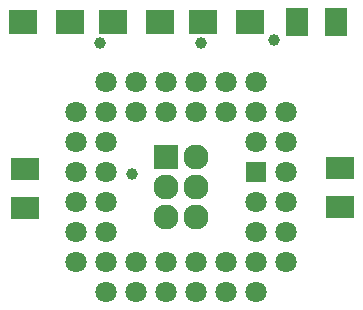
<source format=gts>
%TF.GenerationSoftware,KiCad,Pcbnew,4.0.2+dfsg1-stable*%
%TF.CreationDate,2018-11-13T01:00:21+01:00*%
%TF.ProjectId,A1200MPU-Adapter,41313230304D50552D41646170746572,rev?*%
%TF.FileFunction,Soldermask,Top*%
%FSLAX46Y46*%
G04 Gerber Fmt 4.6, Leading zero omitted, Abs format (unit mm)*
G04 Created by KiCad (PCBNEW 4.0.2+dfsg1-stable) date Tue 13 Nov 2018 01:00:21 CET*
%MOMM*%
G01*
G04 APERTURE LIST*
%ADD10C,0.100000*%
%ADD11R,1.797000X1.797000*%
%ADD12C,1.797000*%
%ADD13R,2.400000X2.100000*%
%ADD14R,2.127200X2.127200*%
%ADD15O,2.127200X2.127200*%
%ADD16R,2.432000X1.924000*%
%ADD17R,2.400000X2.000000*%
%ADD18R,1.924000X2.432000*%
%ADD19C,1.000000*%
G04 APERTURE END LIST*
D10*
D11*
X153670000Y-102870000D03*
D12*
X156210000Y-105410000D03*
X153670000Y-105410000D03*
X156210000Y-107950000D03*
X153670000Y-107950000D03*
X156210000Y-110490000D03*
X153670000Y-113030000D03*
X153670000Y-110490000D03*
X151130000Y-113030000D03*
X151130000Y-110490000D03*
X148590000Y-113030000D03*
X148590000Y-110490000D03*
X146050000Y-113030000D03*
X146050000Y-110490000D03*
X143510000Y-113030000D03*
X143510000Y-110490000D03*
X140970000Y-113030000D03*
X138430000Y-110490000D03*
X140970000Y-110490000D03*
X138430000Y-107950000D03*
X140970000Y-107950000D03*
X138430000Y-105410000D03*
X140970000Y-105410000D03*
X138430000Y-102870000D03*
X140970000Y-102870000D03*
X138430000Y-100330000D03*
X140970000Y-100330000D03*
X138430000Y-97790000D03*
X140970000Y-95250000D03*
X140970000Y-97790000D03*
X143510000Y-95250000D03*
X143510000Y-97790000D03*
X146050000Y-95250000D03*
X146050000Y-97790000D03*
X148590000Y-95250000D03*
X148590000Y-97790000D03*
X151130000Y-95250000D03*
X151130000Y-97790000D03*
X153670000Y-95250000D03*
X156210000Y-97790000D03*
X153670000Y-97790000D03*
X156210000Y-100330000D03*
X153670000Y-100330000D03*
X156210000Y-102870000D03*
D13*
X133890000Y-90170000D03*
X137890000Y-90170000D03*
D14*
X146050000Y-101600000D03*
D15*
X148590000Y-101600000D03*
X146050000Y-104140000D03*
X148590000Y-104140000D03*
X146050000Y-106680000D03*
X148590000Y-106680000D03*
D16*
X134112000Y-105918000D03*
X134112000Y-102616000D03*
D17*
X149130000Y-90170000D03*
X153130000Y-90170000D03*
X141510000Y-90170000D03*
X145510000Y-90170000D03*
D18*
X157099000Y-90170000D03*
X160401000Y-90170000D03*
D16*
X160782000Y-105791000D03*
X160782000Y-102489000D03*
D19*
X140462000Y-91948000D03*
X155194000Y-91694000D03*
X148971000Y-91948000D03*
X143129000Y-102997000D03*
M02*

</source>
